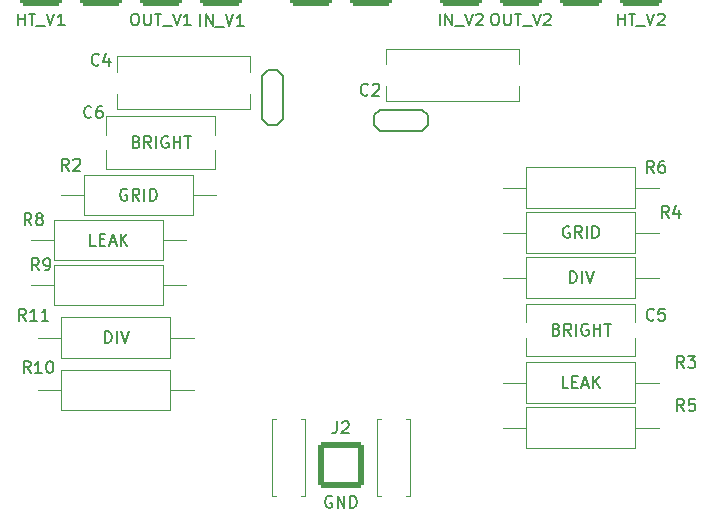
<source format=gbr>
G04 #@! TF.GenerationSoftware,KiCad,Pcbnew,7.0.8*
G04 #@! TF.CreationDate,2023-11-22T22:44:10+03:00*
G04 #@! TF.ProjectId,tubeTest,74756265-5465-4737-942e-6b696361645f,rev?*
G04 #@! TF.SameCoordinates,Original*
G04 #@! TF.FileFunction,Legend,Top*
G04 #@! TF.FilePolarity,Positive*
%FSLAX46Y46*%
G04 Gerber Fmt 4.6, Leading zero omitted, Abs format (unit mm)*
G04 Created by KiCad (PCBNEW 7.0.8) date 2023-11-22 22:44:10*
%MOMM*%
%LPD*%
G01*
G04 APERTURE LIST*
G04 Aperture macros list*
%AMRoundRect*
0 Rectangle with rounded corners*
0 $1 Rounding radius*
0 $2 $3 $4 $5 $6 $7 $8 $9 X,Y pos of 4 corners*
0 Add a 4 corners polygon primitive as box body*
4,1,4,$2,$3,$4,$5,$6,$7,$8,$9,$2,$3,0*
0 Add four circle primitives for the rounded corners*
1,1,$1+$1,$2,$3*
1,1,$1+$1,$4,$5*
1,1,$1+$1,$6,$7*
1,1,$1+$1,$8,$9*
0 Add four rect primitives between the rounded corners*
20,1,$1+$1,$2,$3,$4,$5,0*
20,1,$1+$1,$4,$5,$6,$7,0*
20,1,$1+$1,$6,$7,$8,$9,0*
20,1,$1+$1,$8,$9,$2,$3,0*%
%AMHorizOval*
0 Thick line with rounded ends*
0 $1 width*
0 $2 $3 position (X,Y) of the first rounded end (center of the circle)*
0 $4 $5 position (X,Y) of the second rounded end (center of the circle)*
0 Add line between two ends*
20,1,$1,$2,$3,$4,$5,0*
0 Add two circle primitives to create the rounded ends*
1,1,$1,$2,$3*
1,1,$1,$4,$5*%
G04 Aperture macros list end*
%ADD10C,0.150000*%
%ADD11C,0.120000*%
%ADD12RoundRect,0.250002X1.499998X1.499998X-1.499998X1.499998X-1.499998X-1.499998X1.499998X-1.499998X0*%
%ADD13C,1.600000*%
%ADD14O,1.600000X1.600000*%
%ADD15RoundRect,0.250002X-1.499998X-1.499998X1.499998X-1.499998X1.499998X1.499998X-1.499998X1.499998X0*%
%ADD16RoundRect,0.250002X-1.699998X-1.699998X1.699998X-1.699998X1.699998X1.699998X-1.699998X1.699998X0*%
%ADD17C,1.400000*%
%ADD18C,3.200000*%
%ADD19HorizOval,2.030000X-0.412599X0.299770X0.412599X-0.299770X0*%
%ADD20HorizOval,2.030000X-0.157599X0.485039X0.157599X-0.485039X0*%
%ADD21HorizOval,2.030000X0.157599X0.485039X-0.157599X-0.485039X0*%
%ADD22HorizOval,2.030000X0.412599X0.299770X-0.412599X-0.299770X0*%
%ADD23O,3.050000X2.030000*%
%ADD24C,4.500000*%
%ADD25R,1.600000X1.600000*%
G04 APERTURE END LIST*
D10*
X117308333Y-105414819D02*
X116975000Y-104938628D01*
X116736905Y-105414819D02*
X116736905Y-104414819D01*
X116736905Y-104414819D02*
X117117857Y-104414819D01*
X117117857Y-104414819D02*
X117213095Y-104462438D01*
X117213095Y-104462438D02*
X117260714Y-104510057D01*
X117260714Y-104510057D02*
X117308333Y-104605295D01*
X117308333Y-104605295D02*
X117308333Y-104748152D01*
X117308333Y-104748152D02*
X117260714Y-104843390D01*
X117260714Y-104843390D02*
X117213095Y-104891009D01*
X117213095Y-104891009D02*
X117117857Y-104938628D01*
X117117857Y-104938628D02*
X116736905Y-104938628D01*
X117879762Y-104843390D02*
X117784524Y-104795771D01*
X117784524Y-104795771D02*
X117736905Y-104748152D01*
X117736905Y-104748152D02*
X117689286Y-104652914D01*
X117689286Y-104652914D02*
X117689286Y-104605295D01*
X117689286Y-104605295D02*
X117736905Y-104510057D01*
X117736905Y-104510057D02*
X117784524Y-104462438D01*
X117784524Y-104462438D02*
X117879762Y-104414819D01*
X117879762Y-104414819D02*
X118070238Y-104414819D01*
X118070238Y-104414819D02*
X118165476Y-104462438D01*
X118165476Y-104462438D02*
X118213095Y-104510057D01*
X118213095Y-104510057D02*
X118260714Y-104605295D01*
X118260714Y-104605295D02*
X118260714Y-104652914D01*
X118260714Y-104652914D02*
X118213095Y-104748152D01*
X118213095Y-104748152D02*
X118165476Y-104795771D01*
X118165476Y-104795771D02*
X118070238Y-104843390D01*
X118070238Y-104843390D02*
X117879762Y-104843390D01*
X117879762Y-104843390D02*
X117784524Y-104891009D01*
X117784524Y-104891009D02*
X117736905Y-104938628D01*
X117736905Y-104938628D02*
X117689286Y-105033866D01*
X117689286Y-105033866D02*
X117689286Y-105224342D01*
X117689286Y-105224342D02*
X117736905Y-105319580D01*
X117736905Y-105319580D02*
X117784524Y-105367200D01*
X117784524Y-105367200D02*
X117879762Y-105414819D01*
X117879762Y-105414819D02*
X118070238Y-105414819D01*
X118070238Y-105414819D02*
X118165476Y-105367200D01*
X118165476Y-105367200D02*
X118213095Y-105319580D01*
X118213095Y-105319580D02*
X118260714Y-105224342D01*
X118260714Y-105224342D02*
X118260714Y-105033866D01*
X118260714Y-105033866D02*
X118213095Y-104938628D01*
X118213095Y-104938628D02*
X118165476Y-104891009D01*
X118165476Y-104891009D02*
X118070238Y-104843390D01*
X122753571Y-107134819D02*
X122277381Y-107134819D01*
X122277381Y-107134819D02*
X122277381Y-106134819D01*
X123086905Y-106611009D02*
X123420238Y-106611009D01*
X123563095Y-107134819D02*
X123086905Y-107134819D01*
X123086905Y-107134819D02*
X123086905Y-106134819D01*
X123086905Y-106134819D02*
X123563095Y-106134819D01*
X123944048Y-106849104D02*
X124420238Y-106849104D01*
X123848810Y-107134819D02*
X124182143Y-106134819D01*
X124182143Y-106134819D02*
X124515476Y-107134819D01*
X124848810Y-107134819D02*
X124848810Y-106134819D01*
X125420238Y-107134819D02*
X124991667Y-106563390D01*
X125420238Y-106134819D02*
X124848810Y-106706247D01*
X145803333Y-94339580D02*
X145755714Y-94387200D01*
X145755714Y-94387200D02*
X145612857Y-94434819D01*
X145612857Y-94434819D02*
X145517619Y-94434819D01*
X145517619Y-94434819D02*
X145374762Y-94387200D01*
X145374762Y-94387200D02*
X145279524Y-94291961D01*
X145279524Y-94291961D02*
X145231905Y-94196723D01*
X145231905Y-94196723D02*
X145184286Y-94006247D01*
X145184286Y-94006247D02*
X145184286Y-93863390D01*
X145184286Y-93863390D02*
X145231905Y-93672914D01*
X145231905Y-93672914D02*
X145279524Y-93577676D01*
X145279524Y-93577676D02*
X145374762Y-93482438D01*
X145374762Y-93482438D02*
X145517619Y-93434819D01*
X145517619Y-93434819D02*
X145612857Y-93434819D01*
X145612857Y-93434819D02*
X145755714Y-93482438D01*
X145755714Y-93482438D02*
X145803333Y-93530057D01*
X146184286Y-93530057D02*
X146231905Y-93482438D01*
X146231905Y-93482438D02*
X146327143Y-93434819D01*
X146327143Y-93434819D02*
X146565238Y-93434819D01*
X146565238Y-93434819D02*
X146660476Y-93482438D01*
X146660476Y-93482438D02*
X146708095Y-93530057D01*
X146708095Y-93530057D02*
X146755714Y-93625295D01*
X146755714Y-93625295D02*
X146755714Y-93720533D01*
X146755714Y-93720533D02*
X146708095Y-93863390D01*
X146708095Y-93863390D02*
X146136667Y-94434819D01*
X146136667Y-94434819D02*
X146755714Y-94434819D01*
X166957619Y-88494819D02*
X166957619Y-87494819D01*
X166957619Y-87971009D02*
X167529047Y-87971009D01*
X167529047Y-88494819D02*
X167529047Y-87494819D01*
X167862381Y-87494819D02*
X168433809Y-87494819D01*
X168148095Y-88494819D02*
X168148095Y-87494819D01*
X168529048Y-88590057D02*
X169290952Y-88590057D01*
X169386191Y-87494819D02*
X169719524Y-88494819D01*
X169719524Y-88494819D02*
X170052857Y-87494819D01*
X170338572Y-87590057D02*
X170386191Y-87542438D01*
X170386191Y-87542438D02*
X170481429Y-87494819D01*
X170481429Y-87494819D02*
X170719524Y-87494819D01*
X170719524Y-87494819D02*
X170814762Y-87542438D01*
X170814762Y-87542438D02*
X170862381Y-87590057D01*
X170862381Y-87590057D02*
X170910000Y-87685295D01*
X170910000Y-87685295D02*
X170910000Y-87780533D01*
X170910000Y-87780533D02*
X170862381Y-87923390D01*
X170862381Y-87923390D02*
X170290953Y-88494819D01*
X170290953Y-88494819D02*
X170910000Y-88494819D01*
X131594846Y-88551887D02*
X131594846Y-87551887D01*
X132071036Y-88551887D02*
X132071036Y-87551887D01*
X132071036Y-87551887D02*
X132642464Y-88551887D01*
X132642464Y-88551887D02*
X132642464Y-87551887D01*
X132880560Y-88647125D02*
X133642464Y-88647125D01*
X133737703Y-87551887D02*
X134071036Y-88551887D01*
X134071036Y-88551887D02*
X134404369Y-87551887D01*
X135261512Y-88551887D02*
X134690084Y-88551887D01*
X134975798Y-88551887D02*
X134975798Y-87551887D01*
X134975798Y-87551887D02*
X134880560Y-87694744D01*
X134880560Y-87694744D02*
X134785322Y-87789982D01*
X134785322Y-87789982D02*
X134690084Y-87837601D01*
X117237142Y-117929819D02*
X116903809Y-117453628D01*
X116665714Y-117929819D02*
X116665714Y-116929819D01*
X116665714Y-116929819D02*
X117046666Y-116929819D01*
X117046666Y-116929819D02*
X117141904Y-116977438D01*
X117141904Y-116977438D02*
X117189523Y-117025057D01*
X117189523Y-117025057D02*
X117237142Y-117120295D01*
X117237142Y-117120295D02*
X117237142Y-117263152D01*
X117237142Y-117263152D02*
X117189523Y-117358390D01*
X117189523Y-117358390D02*
X117141904Y-117406009D01*
X117141904Y-117406009D02*
X117046666Y-117453628D01*
X117046666Y-117453628D02*
X116665714Y-117453628D01*
X118189523Y-117929819D02*
X117618095Y-117929819D01*
X117903809Y-117929819D02*
X117903809Y-116929819D01*
X117903809Y-116929819D02*
X117808571Y-117072676D01*
X117808571Y-117072676D02*
X117713333Y-117167914D01*
X117713333Y-117167914D02*
X117618095Y-117215533D01*
X118808571Y-116929819D02*
X118903809Y-116929819D01*
X118903809Y-116929819D02*
X118999047Y-116977438D01*
X118999047Y-116977438D02*
X119046666Y-117025057D01*
X119046666Y-117025057D02*
X119094285Y-117120295D01*
X119094285Y-117120295D02*
X119141904Y-117310771D01*
X119141904Y-117310771D02*
X119141904Y-117548866D01*
X119141904Y-117548866D02*
X119094285Y-117739342D01*
X119094285Y-117739342D02*
X119046666Y-117834580D01*
X119046666Y-117834580D02*
X118999047Y-117882200D01*
X118999047Y-117882200D02*
X118903809Y-117929819D01*
X118903809Y-117929819D02*
X118808571Y-117929819D01*
X118808571Y-117929819D02*
X118713333Y-117882200D01*
X118713333Y-117882200D02*
X118665714Y-117834580D01*
X118665714Y-117834580D02*
X118618095Y-117739342D01*
X118618095Y-117739342D02*
X118570476Y-117548866D01*
X118570476Y-117548866D02*
X118570476Y-117310771D01*
X118570476Y-117310771D02*
X118618095Y-117120295D01*
X118618095Y-117120295D02*
X118665714Y-117025057D01*
X118665714Y-117025057D02*
X118713333Y-116977438D01*
X118713333Y-116977438D02*
X118808571Y-116929819D01*
X116157619Y-88494819D02*
X116157619Y-87494819D01*
X116157619Y-87971009D02*
X116729047Y-87971009D01*
X116729047Y-88494819D02*
X116729047Y-87494819D01*
X117062381Y-87494819D02*
X117633809Y-87494819D01*
X117348095Y-88494819D02*
X117348095Y-87494819D01*
X117729048Y-88590057D02*
X118490952Y-88590057D01*
X118586191Y-87494819D02*
X118919524Y-88494819D01*
X118919524Y-88494819D02*
X119252857Y-87494819D01*
X120110000Y-88494819D02*
X119538572Y-88494819D01*
X119824286Y-88494819D02*
X119824286Y-87494819D01*
X119824286Y-87494819D02*
X119729048Y-87637676D01*
X119729048Y-87637676D02*
X119633810Y-87732914D01*
X119633810Y-87732914D02*
X119538572Y-87780533D01*
X143176666Y-122034819D02*
X143176666Y-122749104D01*
X143176666Y-122749104D02*
X143129047Y-122891961D01*
X143129047Y-122891961D02*
X143033809Y-122987200D01*
X143033809Y-122987200D02*
X142890952Y-123034819D01*
X142890952Y-123034819D02*
X142795714Y-123034819D01*
X143605238Y-122130057D02*
X143652857Y-122082438D01*
X143652857Y-122082438D02*
X143748095Y-122034819D01*
X143748095Y-122034819D02*
X143986190Y-122034819D01*
X143986190Y-122034819D02*
X144081428Y-122082438D01*
X144081428Y-122082438D02*
X144129047Y-122130057D01*
X144129047Y-122130057D02*
X144176666Y-122225295D01*
X144176666Y-122225295D02*
X144176666Y-122320533D01*
X144176666Y-122320533D02*
X144129047Y-122463390D01*
X144129047Y-122463390D02*
X143557619Y-123034819D01*
X143557619Y-123034819D02*
X144176666Y-123034819D01*
X142748095Y-128382438D02*
X142652857Y-128334819D01*
X142652857Y-128334819D02*
X142510000Y-128334819D01*
X142510000Y-128334819D02*
X142367143Y-128382438D01*
X142367143Y-128382438D02*
X142271905Y-128477676D01*
X142271905Y-128477676D02*
X142224286Y-128572914D01*
X142224286Y-128572914D02*
X142176667Y-128763390D01*
X142176667Y-128763390D02*
X142176667Y-128906247D01*
X142176667Y-128906247D02*
X142224286Y-129096723D01*
X142224286Y-129096723D02*
X142271905Y-129191961D01*
X142271905Y-129191961D02*
X142367143Y-129287200D01*
X142367143Y-129287200D02*
X142510000Y-129334819D01*
X142510000Y-129334819D02*
X142605238Y-129334819D01*
X142605238Y-129334819D02*
X142748095Y-129287200D01*
X142748095Y-129287200D02*
X142795714Y-129239580D01*
X142795714Y-129239580D02*
X142795714Y-128906247D01*
X142795714Y-128906247D02*
X142605238Y-128906247D01*
X143224286Y-129334819D02*
X143224286Y-128334819D01*
X143224286Y-128334819D02*
X143795714Y-129334819D01*
X143795714Y-129334819D02*
X143795714Y-128334819D01*
X144271905Y-129334819D02*
X144271905Y-128334819D01*
X144271905Y-128334819D02*
X144510000Y-128334819D01*
X144510000Y-128334819D02*
X144652857Y-128382438D01*
X144652857Y-128382438D02*
X144748095Y-128477676D01*
X144748095Y-128477676D02*
X144795714Y-128572914D01*
X144795714Y-128572914D02*
X144843333Y-128763390D01*
X144843333Y-128763390D02*
X144843333Y-128906247D01*
X144843333Y-128906247D02*
X144795714Y-129096723D01*
X144795714Y-129096723D02*
X144748095Y-129191961D01*
X144748095Y-129191961D02*
X144652857Y-129287200D01*
X144652857Y-129287200D02*
X144510000Y-129334819D01*
X144510000Y-129334819D02*
X144271905Y-129334819D01*
X125984285Y-87494819D02*
X126174761Y-87494819D01*
X126174761Y-87494819D02*
X126269999Y-87542438D01*
X126269999Y-87542438D02*
X126365237Y-87637676D01*
X126365237Y-87637676D02*
X126412856Y-87828152D01*
X126412856Y-87828152D02*
X126412856Y-88161485D01*
X126412856Y-88161485D02*
X126365237Y-88351961D01*
X126365237Y-88351961D02*
X126269999Y-88447200D01*
X126269999Y-88447200D02*
X126174761Y-88494819D01*
X126174761Y-88494819D02*
X125984285Y-88494819D01*
X125984285Y-88494819D02*
X125889047Y-88447200D01*
X125889047Y-88447200D02*
X125793809Y-88351961D01*
X125793809Y-88351961D02*
X125746190Y-88161485D01*
X125746190Y-88161485D02*
X125746190Y-87828152D01*
X125746190Y-87828152D02*
X125793809Y-87637676D01*
X125793809Y-87637676D02*
X125889047Y-87542438D01*
X125889047Y-87542438D02*
X125984285Y-87494819D01*
X126841428Y-87494819D02*
X126841428Y-88304342D01*
X126841428Y-88304342D02*
X126889047Y-88399580D01*
X126889047Y-88399580D02*
X126936666Y-88447200D01*
X126936666Y-88447200D02*
X127031904Y-88494819D01*
X127031904Y-88494819D02*
X127222380Y-88494819D01*
X127222380Y-88494819D02*
X127317618Y-88447200D01*
X127317618Y-88447200D02*
X127365237Y-88399580D01*
X127365237Y-88399580D02*
X127412856Y-88304342D01*
X127412856Y-88304342D02*
X127412856Y-87494819D01*
X127746190Y-87494819D02*
X128317618Y-87494819D01*
X128031904Y-88494819D02*
X128031904Y-87494819D01*
X128412857Y-88590057D02*
X129174761Y-88590057D01*
X129270000Y-87494819D02*
X129603333Y-88494819D01*
X129603333Y-88494819D02*
X129936666Y-87494819D01*
X130793809Y-88494819D02*
X130222381Y-88494819D01*
X130508095Y-88494819D02*
X130508095Y-87494819D01*
X130508095Y-87494819D02*
X130412857Y-87637676D01*
X130412857Y-87637676D02*
X130317619Y-87732914D01*
X130317619Y-87732914D02*
X130222381Y-87780533D01*
X172557676Y-121147967D02*
X172224343Y-120671776D01*
X171986248Y-121147967D02*
X171986248Y-120147967D01*
X171986248Y-120147967D02*
X172367200Y-120147967D01*
X172367200Y-120147967D02*
X172462438Y-120195586D01*
X172462438Y-120195586D02*
X172510057Y-120243205D01*
X172510057Y-120243205D02*
X172557676Y-120338443D01*
X172557676Y-120338443D02*
X172557676Y-120481300D01*
X172557676Y-120481300D02*
X172510057Y-120576538D01*
X172510057Y-120576538D02*
X172462438Y-120624157D01*
X172462438Y-120624157D02*
X172367200Y-120671776D01*
X172367200Y-120671776D02*
X171986248Y-120671776D01*
X173462438Y-120147967D02*
X172986248Y-120147967D01*
X172986248Y-120147967D02*
X172938629Y-120624157D01*
X172938629Y-120624157D02*
X172986248Y-120576538D01*
X172986248Y-120576538D02*
X173081486Y-120528919D01*
X173081486Y-120528919D02*
X173319581Y-120528919D01*
X173319581Y-120528919D02*
X173414819Y-120576538D01*
X173414819Y-120576538D02*
X173462438Y-120624157D01*
X173462438Y-120624157D02*
X173510057Y-120719395D01*
X173510057Y-120719395D02*
X173510057Y-120957490D01*
X173510057Y-120957490D02*
X173462438Y-121052728D01*
X173462438Y-121052728D02*
X173414819Y-121100348D01*
X173414819Y-121100348D02*
X173319581Y-121147967D01*
X173319581Y-121147967D02*
X173081486Y-121147967D01*
X173081486Y-121147967D02*
X172986248Y-121100348D01*
X172986248Y-121100348D02*
X172938629Y-121052728D01*
X122388333Y-96244580D02*
X122340714Y-96292200D01*
X122340714Y-96292200D02*
X122197857Y-96339819D01*
X122197857Y-96339819D02*
X122102619Y-96339819D01*
X122102619Y-96339819D02*
X121959762Y-96292200D01*
X121959762Y-96292200D02*
X121864524Y-96196961D01*
X121864524Y-96196961D02*
X121816905Y-96101723D01*
X121816905Y-96101723D02*
X121769286Y-95911247D01*
X121769286Y-95911247D02*
X121769286Y-95768390D01*
X121769286Y-95768390D02*
X121816905Y-95577914D01*
X121816905Y-95577914D02*
X121864524Y-95482676D01*
X121864524Y-95482676D02*
X121959762Y-95387438D01*
X121959762Y-95387438D02*
X122102619Y-95339819D01*
X122102619Y-95339819D02*
X122197857Y-95339819D01*
X122197857Y-95339819D02*
X122340714Y-95387438D01*
X122340714Y-95387438D02*
X122388333Y-95435057D01*
X123245476Y-95339819D02*
X123055000Y-95339819D01*
X123055000Y-95339819D02*
X122959762Y-95387438D01*
X122959762Y-95387438D02*
X122912143Y-95435057D01*
X122912143Y-95435057D02*
X122816905Y-95577914D01*
X122816905Y-95577914D02*
X122769286Y-95768390D01*
X122769286Y-95768390D02*
X122769286Y-96149342D01*
X122769286Y-96149342D02*
X122816905Y-96244580D01*
X122816905Y-96244580D02*
X122864524Y-96292200D01*
X122864524Y-96292200D02*
X122959762Y-96339819D01*
X122959762Y-96339819D02*
X123150238Y-96339819D01*
X123150238Y-96339819D02*
X123245476Y-96292200D01*
X123245476Y-96292200D02*
X123293095Y-96244580D01*
X123293095Y-96244580D02*
X123340714Y-96149342D01*
X123340714Y-96149342D02*
X123340714Y-95911247D01*
X123340714Y-95911247D02*
X123293095Y-95816009D01*
X123293095Y-95816009D02*
X123245476Y-95768390D01*
X123245476Y-95768390D02*
X123150238Y-95720771D01*
X123150238Y-95720771D02*
X122959762Y-95720771D01*
X122959762Y-95720771D02*
X122864524Y-95768390D01*
X122864524Y-95768390D02*
X122816905Y-95816009D01*
X122816905Y-95816009D02*
X122769286Y-95911247D01*
X126198571Y-98356009D02*
X126341428Y-98403628D01*
X126341428Y-98403628D02*
X126389047Y-98451247D01*
X126389047Y-98451247D02*
X126436666Y-98546485D01*
X126436666Y-98546485D02*
X126436666Y-98689342D01*
X126436666Y-98689342D02*
X126389047Y-98784580D01*
X126389047Y-98784580D02*
X126341428Y-98832200D01*
X126341428Y-98832200D02*
X126246190Y-98879819D01*
X126246190Y-98879819D02*
X125865238Y-98879819D01*
X125865238Y-98879819D02*
X125865238Y-97879819D01*
X125865238Y-97879819D02*
X126198571Y-97879819D01*
X126198571Y-97879819D02*
X126293809Y-97927438D01*
X126293809Y-97927438D02*
X126341428Y-97975057D01*
X126341428Y-97975057D02*
X126389047Y-98070295D01*
X126389047Y-98070295D02*
X126389047Y-98165533D01*
X126389047Y-98165533D02*
X126341428Y-98260771D01*
X126341428Y-98260771D02*
X126293809Y-98308390D01*
X126293809Y-98308390D02*
X126198571Y-98356009D01*
X126198571Y-98356009D02*
X125865238Y-98356009D01*
X127436666Y-98879819D02*
X127103333Y-98403628D01*
X126865238Y-98879819D02*
X126865238Y-97879819D01*
X126865238Y-97879819D02*
X127246190Y-97879819D01*
X127246190Y-97879819D02*
X127341428Y-97927438D01*
X127341428Y-97927438D02*
X127389047Y-97975057D01*
X127389047Y-97975057D02*
X127436666Y-98070295D01*
X127436666Y-98070295D02*
X127436666Y-98213152D01*
X127436666Y-98213152D02*
X127389047Y-98308390D01*
X127389047Y-98308390D02*
X127341428Y-98356009D01*
X127341428Y-98356009D02*
X127246190Y-98403628D01*
X127246190Y-98403628D02*
X126865238Y-98403628D01*
X127865238Y-98879819D02*
X127865238Y-97879819D01*
X128865237Y-97927438D02*
X128769999Y-97879819D01*
X128769999Y-97879819D02*
X128627142Y-97879819D01*
X128627142Y-97879819D02*
X128484285Y-97927438D01*
X128484285Y-97927438D02*
X128389047Y-98022676D01*
X128389047Y-98022676D02*
X128341428Y-98117914D01*
X128341428Y-98117914D02*
X128293809Y-98308390D01*
X128293809Y-98308390D02*
X128293809Y-98451247D01*
X128293809Y-98451247D02*
X128341428Y-98641723D01*
X128341428Y-98641723D02*
X128389047Y-98736961D01*
X128389047Y-98736961D02*
X128484285Y-98832200D01*
X128484285Y-98832200D02*
X128627142Y-98879819D01*
X128627142Y-98879819D02*
X128722380Y-98879819D01*
X128722380Y-98879819D02*
X128865237Y-98832200D01*
X128865237Y-98832200D02*
X128912856Y-98784580D01*
X128912856Y-98784580D02*
X128912856Y-98451247D01*
X128912856Y-98451247D02*
X128722380Y-98451247D01*
X129341428Y-98879819D02*
X129341428Y-97879819D01*
X129341428Y-98356009D02*
X129912856Y-98356009D01*
X129912856Y-98879819D02*
X129912856Y-97879819D01*
X130246190Y-97879819D02*
X130817618Y-97879819D01*
X130531904Y-98879819D02*
X130531904Y-97879819D01*
X120483333Y-100784819D02*
X120150000Y-100308628D01*
X119911905Y-100784819D02*
X119911905Y-99784819D01*
X119911905Y-99784819D02*
X120292857Y-99784819D01*
X120292857Y-99784819D02*
X120388095Y-99832438D01*
X120388095Y-99832438D02*
X120435714Y-99880057D01*
X120435714Y-99880057D02*
X120483333Y-99975295D01*
X120483333Y-99975295D02*
X120483333Y-100118152D01*
X120483333Y-100118152D02*
X120435714Y-100213390D01*
X120435714Y-100213390D02*
X120388095Y-100261009D01*
X120388095Y-100261009D02*
X120292857Y-100308628D01*
X120292857Y-100308628D02*
X119911905Y-100308628D01*
X120864286Y-99880057D02*
X120911905Y-99832438D01*
X120911905Y-99832438D02*
X121007143Y-99784819D01*
X121007143Y-99784819D02*
X121245238Y-99784819D01*
X121245238Y-99784819D02*
X121340476Y-99832438D01*
X121340476Y-99832438D02*
X121388095Y-99880057D01*
X121388095Y-99880057D02*
X121435714Y-99975295D01*
X121435714Y-99975295D02*
X121435714Y-100070533D01*
X121435714Y-100070533D02*
X121388095Y-100213390D01*
X121388095Y-100213390D02*
X120816667Y-100784819D01*
X120816667Y-100784819D02*
X121435714Y-100784819D01*
X125388809Y-102372438D02*
X125293571Y-102324819D01*
X125293571Y-102324819D02*
X125150714Y-102324819D01*
X125150714Y-102324819D02*
X125007857Y-102372438D01*
X125007857Y-102372438D02*
X124912619Y-102467676D01*
X124912619Y-102467676D02*
X124865000Y-102562914D01*
X124865000Y-102562914D02*
X124817381Y-102753390D01*
X124817381Y-102753390D02*
X124817381Y-102896247D01*
X124817381Y-102896247D02*
X124865000Y-103086723D01*
X124865000Y-103086723D02*
X124912619Y-103181961D01*
X124912619Y-103181961D02*
X125007857Y-103277200D01*
X125007857Y-103277200D02*
X125150714Y-103324819D01*
X125150714Y-103324819D02*
X125245952Y-103324819D01*
X125245952Y-103324819D02*
X125388809Y-103277200D01*
X125388809Y-103277200D02*
X125436428Y-103229580D01*
X125436428Y-103229580D02*
X125436428Y-102896247D01*
X125436428Y-102896247D02*
X125245952Y-102896247D01*
X126436428Y-103324819D02*
X126103095Y-102848628D01*
X125865000Y-103324819D02*
X125865000Y-102324819D01*
X125865000Y-102324819D02*
X126245952Y-102324819D01*
X126245952Y-102324819D02*
X126341190Y-102372438D01*
X126341190Y-102372438D02*
X126388809Y-102420057D01*
X126388809Y-102420057D02*
X126436428Y-102515295D01*
X126436428Y-102515295D02*
X126436428Y-102658152D01*
X126436428Y-102658152D02*
X126388809Y-102753390D01*
X126388809Y-102753390D02*
X126341190Y-102801009D01*
X126341190Y-102801009D02*
X126245952Y-102848628D01*
X126245952Y-102848628D02*
X125865000Y-102848628D01*
X126865000Y-103324819D02*
X126865000Y-102324819D01*
X127341190Y-103324819D02*
X127341190Y-102324819D01*
X127341190Y-102324819D02*
X127579285Y-102324819D01*
X127579285Y-102324819D02*
X127722142Y-102372438D01*
X127722142Y-102372438D02*
X127817380Y-102467676D01*
X127817380Y-102467676D02*
X127864999Y-102562914D01*
X127864999Y-102562914D02*
X127912618Y-102753390D01*
X127912618Y-102753390D02*
X127912618Y-102896247D01*
X127912618Y-102896247D02*
X127864999Y-103086723D01*
X127864999Y-103086723D02*
X127817380Y-103181961D01*
X127817380Y-103181961D02*
X127722142Y-103277200D01*
X127722142Y-103277200D02*
X127579285Y-103324819D01*
X127579285Y-103324819D02*
X127341190Y-103324819D01*
X170013333Y-113389580D02*
X169965714Y-113437200D01*
X169965714Y-113437200D02*
X169822857Y-113484819D01*
X169822857Y-113484819D02*
X169727619Y-113484819D01*
X169727619Y-113484819D02*
X169584762Y-113437200D01*
X169584762Y-113437200D02*
X169489524Y-113341961D01*
X169489524Y-113341961D02*
X169441905Y-113246723D01*
X169441905Y-113246723D02*
X169394286Y-113056247D01*
X169394286Y-113056247D02*
X169394286Y-112913390D01*
X169394286Y-112913390D02*
X169441905Y-112722914D01*
X169441905Y-112722914D02*
X169489524Y-112627676D01*
X169489524Y-112627676D02*
X169584762Y-112532438D01*
X169584762Y-112532438D02*
X169727619Y-112484819D01*
X169727619Y-112484819D02*
X169822857Y-112484819D01*
X169822857Y-112484819D02*
X169965714Y-112532438D01*
X169965714Y-112532438D02*
X170013333Y-112580057D01*
X170918095Y-112484819D02*
X170441905Y-112484819D01*
X170441905Y-112484819D02*
X170394286Y-112961009D01*
X170394286Y-112961009D02*
X170441905Y-112913390D01*
X170441905Y-112913390D02*
X170537143Y-112865771D01*
X170537143Y-112865771D02*
X170775238Y-112865771D01*
X170775238Y-112865771D02*
X170870476Y-112913390D01*
X170870476Y-112913390D02*
X170918095Y-112961009D01*
X170918095Y-112961009D02*
X170965714Y-113056247D01*
X170965714Y-113056247D02*
X170965714Y-113294342D01*
X170965714Y-113294342D02*
X170918095Y-113389580D01*
X170918095Y-113389580D02*
X170870476Y-113437200D01*
X170870476Y-113437200D02*
X170775238Y-113484819D01*
X170775238Y-113484819D02*
X170537143Y-113484819D01*
X170537143Y-113484819D02*
X170441905Y-113437200D01*
X170441905Y-113437200D02*
X170394286Y-113389580D01*
X161758571Y-114231009D02*
X161901428Y-114278628D01*
X161901428Y-114278628D02*
X161949047Y-114326247D01*
X161949047Y-114326247D02*
X161996666Y-114421485D01*
X161996666Y-114421485D02*
X161996666Y-114564342D01*
X161996666Y-114564342D02*
X161949047Y-114659580D01*
X161949047Y-114659580D02*
X161901428Y-114707200D01*
X161901428Y-114707200D02*
X161806190Y-114754819D01*
X161806190Y-114754819D02*
X161425238Y-114754819D01*
X161425238Y-114754819D02*
X161425238Y-113754819D01*
X161425238Y-113754819D02*
X161758571Y-113754819D01*
X161758571Y-113754819D02*
X161853809Y-113802438D01*
X161853809Y-113802438D02*
X161901428Y-113850057D01*
X161901428Y-113850057D02*
X161949047Y-113945295D01*
X161949047Y-113945295D02*
X161949047Y-114040533D01*
X161949047Y-114040533D02*
X161901428Y-114135771D01*
X161901428Y-114135771D02*
X161853809Y-114183390D01*
X161853809Y-114183390D02*
X161758571Y-114231009D01*
X161758571Y-114231009D02*
X161425238Y-114231009D01*
X162996666Y-114754819D02*
X162663333Y-114278628D01*
X162425238Y-114754819D02*
X162425238Y-113754819D01*
X162425238Y-113754819D02*
X162806190Y-113754819D01*
X162806190Y-113754819D02*
X162901428Y-113802438D01*
X162901428Y-113802438D02*
X162949047Y-113850057D01*
X162949047Y-113850057D02*
X162996666Y-113945295D01*
X162996666Y-113945295D02*
X162996666Y-114088152D01*
X162996666Y-114088152D02*
X162949047Y-114183390D01*
X162949047Y-114183390D02*
X162901428Y-114231009D01*
X162901428Y-114231009D02*
X162806190Y-114278628D01*
X162806190Y-114278628D02*
X162425238Y-114278628D01*
X163425238Y-114754819D02*
X163425238Y-113754819D01*
X164425237Y-113802438D02*
X164329999Y-113754819D01*
X164329999Y-113754819D02*
X164187142Y-113754819D01*
X164187142Y-113754819D02*
X164044285Y-113802438D01*
X164044285Y-113802438D02*
X163949047Y-113897676D01*
X163949047Y-113897676D02*
X163901428Y-113992914D01*
X163901428Y-113992914D02*
X163853809Y-114183390D01*
X163853809Y-114183390D02*
X163853809Y-114326247D01*
X163853809Y-114326247D02*
X163901428Y-114516723D01*
X163901428Y-114516723D02*
X163949047Y-114611961D01*
X163949047Y-114611961D02*
X164044285Y-114707200D01*
X164044285Y-114707200D02*
X164187142Y-114754819D01*
X164187142Y-114754819D02*
X164282380Y-114754819D01*
X164282380Y-114754819D02*
X164425237Y-114707200D01*
X164425237Y-114707200D02*
X164472856Y-114659580D01*
X164472856Y-114659580D02*
X164472856Y-114326247D01*
X164472856Y-114326247D02*
X164282380Y-114326247D01*
X164901428Y-114754819D02*
X164901428Y-113754819D01*
X164901428Y-114231009D02*
X165472856Y-114231009D01*
X165472856Y-114754819D02*
X165472856Y-113754819D01*
X165806190Y-113754819D02*
X166377618Y-113754819D01*
X166091904Y-114754819D02*
X166091904Y-113754819D01*
X172553333Y-117479819D02*
X172220000Y-117003628D01*
X171981905Y-117479819D02*
X171981905Y-116479819D01*
X171981905Y-116479819D02*
X172362857Y-116479819D01*
X172362857Y-116479819D02*
X172458095Y-116527438D01*
X172458095Y-116527438D02*
X172505714Y-116575057D01*
X172505714Y-116575057D02*
X172553333Y-116670295D01*
X172553333Y-116670295D02*
X172553333Y-116813152D01*
X172553333Y-116813152D02*
X172505714Y-116908390D01*
X172505714Y-116908390D02*
X172458095Y-116956009D01*
X172458095Y-116956009D02*
X172362857Y-117003628D01*
X172362857Y-117003628D02*
X171981905Y-117003628D01*
X172886667Y-116479819D02*
X173505714Y-116479819D01*
X173505714Y-116479819D02*
X173172381Y-116860771D01*
X173172381Y-116860771D02*
X173315238Y-116860771D01*
X173315238Y-116860771D02*
X173410476Y-116908390D01*
X173410476Y-116908390D02*
X173458095Y-116956009D01*
X173458095Y-116956009D02*
X173505714Y-117051247D01*
X173505714Y-117051247D02*
X173505714Y-117289342D01*
X173505714Y-117289342D02*
X173458095Y-117384580D01*
X173458095Y-117384580D02*
X173410476Y-117432200D01*
X173410476Y-117432200D02*
X173315238Y-117479819D01*
X173315238Y-117479819D02*
X173029524Y-117479819D01*
X173029524Y-117479819D02*
X172934286Y-117432200D01*
X172934286Y-117432200D02*
X172886667Y-117384580D01*
X162758571Y-119199819D02*
X162282381Y-119199819D01*
X162282381Y-119199819D02*
X162282381Y-118199819D01*
X163091905Y-118676009D02*
X163425238Y-118676009D01*
X163568095Y-119199819D02*
X163091905Y-119199819D01*
X163091905Y-119199819D02*
X163091905Y-118199819D01*
X163091905Y-118199819D02*
X163568095Y-118199819D01*
X163949048Y-118914104D02*
X164425238Y-118914104D01*
X163853810Y-119199819D02*
X164187143Y-118199819D01*
X164187143Y-118199819D02*
X164520476Y-119199819D01*
X164853810Y-119199819D02*
X164853810Y-118199819D01*
X165425238Y-119199819D02*
X164996667Y-118628390D01*
X165425238Y-118199819D02*
X164853810Y-118771247D01*
X156464285Y-87494819D02*
X156654761Y-87494819D01*
X156654761Y-87494819D02*
X156749999Y-87542438D01*
X156749999Y-87542438D02*
X156845237Y-87637676D01*
X156845237Y-87637676D02*
X156892856Y-87828152D01*
X156892856Y-87828152D02*
X156892856Y-88161485D01*
X156892856Y-88161485D02*
X156845237Y-88351961D01*
X156845237Y-88351961D02*
X156749999Y-88447200D01*
X156749999Y-88447200D02*
X156654761Y-88494819D01*
X156654761Y-88494819D02*
X156464285Y-88494819D01*
X156464285Y-88494819D02*
X156369047Y-88447200D01*
X156369047Y-88447200D02*
X156273809Y-88351961D01*
X156273809Y-88351961D02*
X156226190Y-88161485D01*
X156226190Y-88161485D02*
X156226190Y-87828152D01*
X156226190Y-87828152D02*
X156273809Y-87637676D01*
X156273809Y-87637676D02*
X156369047Y-87542438D01*
X156369047Y-87542438D02*
X156464285Y-87494819D01*
X157321428Y-87494819D02*
X157321428Y-88304342D01*
X157321428Y-88304342D02*
X157369047Y-88399580D01*
X157369047Y-88399580D02*
X157416666Y-88447200D01*
X157416666Y-88447200D02*
X157511904Y-88494819D01*
X157511904Y-88494819D02*
X157702380Y-88494819D01*
X157702380Y-88494819D02*
X157797618Y-88447200D01*
X157797618Y-88447200D02*
X157845237Y-88399580D01*
X157845237Y-88399580D02*
X157892856Y-88304342D01*
X157892856Y-88304342D02*
X157892856Y-87494819D01*
X158226190Y-87494819D02*
X158797618Y-87494819D01*
X158511904Y-88494819D02*
X158511904Y-87494819D01*
X158892857Y-88590057D02*
X159654761Y-88590057D01*
X159750000Y-87494819D02*
X160083333Y-88494819D01*
X160083333Y-88494819D02*
X160416666Y-87494819D01*
X160702381Y-87590057D02*
X160750000Y-87542438D01*
X160750000Y-87542438D02*
X160845238Y-87494819D01*
X160845238Y-87494819D02*
X161083333Y-87494819D01*
X161083333Y-87494819D02*
X161178571Y-87542438D01*
X161178571Y-87542438D02*
X161226190Y-87590057D01*
X161226190Y-87590057D02*
X161273809Y-87685295D01*
X161273809Y-87685295D02*
X161273809Y-87780533D01*
X161273809Y-87780533D02*
X161226190Y-87923390D01*
X161226190Y-87923390D02*
X160654762Y-88494819D01*
X160654762Y-88494819D02*
X161273809Y-88494819D01*
X116832142Y-113484819D02*
X116498809Y-113008628D01*
X116260714Y-113484819D02*
X116260714Y-112484819D01*
X116260714Y-112484819D02*
X116641666Y-112484819D01*
X116641666Y-112484819D02*
X116736904Y-112532438D01*
X116736904Y-112532438D02*
X116784523Y-112580057D01*
X116784523Y-112580057D02*
X116832142Y-112675295D01*
X116832142Y-112675295D02*
X116832142Y-112818152D01*
X116832142Y-112818152D02*
X116784523Y-112913390D01*
X116784523Y-112913390D02*
X116736904Y-112961009D01*
X116736904Y-112961009D02*
X116641666Y-113008628D01*
X116641666Y-113008628D02*
X116260714Y-113008628D01*
X117784523Y-113484819D02*
X117213095Y-113484819D01*
X117498809Y-113484819D02*
X117498809Y-112484819D01*
X117498809Y-112484819D02*
X117403571Y-112627676D01*
X117403571Y-112627676D02*
X117308333Y-112722914D01*
X117308333Y-112722914D02*
X117213095Y-112770533D01*
X118736904Y-113484819D02*
X118165476Y-113484819D01*
X118451190Y-113484819D02*
X118451190Y-112484819D01*
X118451190Y-112484819D02*
X118355952Y-112627676D01*
X118355952Y-112627676D02*
X118260714Y-112722914D01*
X118260714Y-112722914D02*
X118165476Y-112770533D01*
X123531429Y-115389819D02*
X123531429Y-114389819D01*
X123531429Y-114389819D02*
X123769524Y-114389819D01*
X123769524Y-114389819D02*
X123912381Y-114437438D01*
X123912381Y-114437438D02*
X124007619Y-114532676D01*
X124007619Y-114532676D02*
X124055238Y-114627914D01*
X124055238Y-114627914D02*
X124102857Y-114818390D01*
X124102857Y-114818390D02*
X124102857Y-114961247D01*
X124102857Y-114961247D02*
X124055238Y-115151723D01*
X124055238Y-115151723D02*
X124007619Y-115246961D01*
X124007619Y-115246961D02*
X123912381Y-115342200D01*
X123912381Y-115342200D02*
X123769524Y-115389819D01*
X123769524Y-115389819D02*
X123531429Y-115389819D01*
X124531429Y-115389819D02*
X124531429Y-114389819D01*
X124864762Y-114389819D02*
X125198095Y-115389819D01*
X125198095Y-115389819D02*
X125531428Y-114389819D01*
X151860476Y-88494819D02*
X151860476Y-87494819D01*
X152336666Y-88494819D02*
X152336666Y-87494819D01*
X152336666Y-87494819D02*
X152908094Y-88494819D01*
X152908094Y-88494819D02*
X152908094Y-87494819D01*
X153146190Y-88590057D02*
X153908094Y-88590057D01*
X154003333Y-87494819D02*
X154336666Y-88494819D01*
X154336666Y-88494819D02*
X154669999Y-87494819D01*
X154955714Y-87590057D02*
X155003333Y-87542438D01*
X155003333Y-87542438D02*
X155098571Y-87494819D01*
X155098571Y-87494819D02*
X155336666Y-87494819D01*
X155336666Y-87494819D02*
X155431904Y-87542438D01*
X155431904Y-87542438D02*
X155479523Y-87590057D01*
X155479523Y-87590057D02*
X155527142Y-87685295D01*
X155527142Y-87685295D02*
X155527142Y-87780533D01*
X155527142Y-87780533D02*
X155479523Y-87923390D01*
X155479523Y-87923390D02*
X154908095Y-88494819D01*
X154908095Y-88494819D02*
X155527142Y-88494819D01*
X123023333Y-91799580D02*
X122975714Y-91847200D01*
X122975714Y-91847200D02*
X122832857Y-91894819D01*
X122832857Y-91894819D02*
X122737619Y-91894819D01*
X122737619Y-91894819D02*
X122594762Y-91847200D01*
X122594762Y-91847200D02*
X122499524Y-91751961D01*
X122499524Y-91751961D02*
X122451905Y-91656723D01*
X122451905Y-91656723D02*
X122404286Y-91466247D01*
X122404286Y-91466247D02*
X122404286Y-91323390D01*
X122404286Y-91323390D02*
X122451905Y-91132914D01*
X122451905Y-91132914D02*
X122499524Y-91037676D01*
X122499524Y-91037676D02*
X122594762Y-90942438D01*
X122594762Y-90942438D02*
X122737619Y-90894819D01*
X122737619Y-90894819D02*
X122832857Y-90894819D01*
X122832857Y-90894819D02*
X122975714Y-90942438D01*
X122975714Y-90942438D02*
X123023333Y-90990057D01*
X123880476Y-91228152D02*
X123880476Y-91894819D01*
X123642381Y-90847200D02*
X123404286Y-91561485D01*
X123404286Y-91561485D02*
X124023333Y-91561485D01*
X162901429Y-110309819D02*
X162901429Y-109309819D01*
X162901429Y-109309819D02*
X163139524Y-109309819D01*
X163139524Y-109309819D02*
X163282381Y-109357438D01*
X163282381Y-109357438D02*
X163377619Y-109452676D01*
X163377619Y-109452676D02*
X163425238Y-109547914D01*
X163425238Y-109547914D02*
X163472857Y-109738390D01*
X163472857Y-109738390D02*
X163472857Y-109881247D01*
X163472857Y-109881247D02*
X163425238Y-110071723D01*
X163425238Y-110071723D02*
X163377619Y-110166961D01*
X163377619Y-110166961D02*
X163282381Y-110262200D01*
X163282381Y-110262200D02*
X163139524Y-110309819D01*
X163139524Y-110309819D02*
X162901429Y-110309819D01*
X163901429Y-110309819D02*
X163901429Y-109309819D01*
X164234762Y-109309819D02*
X164568095Y-110309819D01*
X164568095Y-110309819D02*
X164901428Y-109309819D01*
X117943333Y-109224819D02*
X117610000Y-108748628D01*
X117371905Y-109224819D02*
X117371905Y-108224819D01*
X117371905Y-108224819D02*
X117752857Y-108224819D01*
X117752857Y-108224819D02*
X117848095Y-108272438D01*
X117848095Y-108272438D02*
X117895714Y-108320057D01*
X117895714Y-108320057D02*
X117943333Y-108415295D01*
X117943333Y-108415295D02*
X117943333Y-108558152D01*
X117943333Y-108558152D02*
X117895714Y-108653390D01*
X117895714Y-108653390D02*
X117848095Y-108701009D01*
X117848095Y-108701009D02*
X117752857Y-108748628D01*
X117752857Y-108748628D02*
X117371905Y-108748628D01*
X118419524Y-109224819D02*
X118610000Y-109224819D01*
X118610000Y-109224819D02*
X118705238Y-109177200D01*
X118705238Y-109177200D02*
X118752857Y-109129580D01*
X118752857Y-109129580D02*
X118848095Y-108986723D01*
X118848095Y-108986723D02*
X118895714Y-108796247D01*
X118895714Y-108796247D02*
X118895714Y-108415295D01*
X118895714Y-108415295D02*
X118848095Y-108320057D01*
X118848095Y-108320057D02*
X118800476Y-108272438D01*
X118800476Y-108272438D02*
X118705238Y-108224819D01*
X118705238Y-108224819D02*
X118514762Y-108224819D01*
X118514762Y-108224819D02*
X118419524Y-108272438D01*
X118419524Y-108272438D02*
X118371905Y-108320057D01*
X118371905Y-108320057D02*
X118324286Y-108415295D01*
X118324286Y-108415295D02*
X118324286Y-108653390D01*
X118324286Y-108653390D02*
X118371905Y-108748628D01*
X118371905Y-108748628D02*
X118419524Y-108796247D01*
X118419524Y-108796247D02*
X118514762Y-108843866D01*
X118514762Y-108843866D02*
X118705238Y-108843866D01*
X118705238Y-108843866D02*
X118800476Y-108796247D01*
X118800476Y-108796247D02*
X118848095Y-108748628D01*
X118848095Y-108748628D02*
X118895714Y-108653390D01*
X171283333Y-104779819D02*
X170950000Y-104303628D01*
X170711905Y-104779819D02*
X170711905Y-103779819D01*
X170711905Y-103779819D02*
X171092857Y-103779819D01*
X171092857Y-103779819D02*
X171188095Y-103827438D01*
X171188095Y-103827438D02*
X171235714Y-103875057D01*
X171235714Y-103875057D02*
X171283333Y-103970295D01*
X171283333Y-103970295D02*
X171283333Y-104113152D01*
X171283333Y-104113152D02*
X171235714Y-104208390D01*
X171235714Y-104208390D02*
X171188095Y-104256009D01*
X171188095Y-104256009D02*
X171092857Y-104303628D01*
X171092857Y-104303628D02*
X170711905Y-104303628D01*
X172140476Y-104113152D02*
X172140476Y-104779819D01*
X171902381Y-103732200D02*
X171664286Y-104446485D01*
X171664286Y-104446485D02*
X172283333Y-104446485D01*
X162853809Y-105547438D02*
X162758571Y-105499819D01*
X162758571Y-105499819D02*
X162615714Y-105499819D01*
X162615714Y-105499819D02*
X162472857Y-105547438D01*
X162472857Y-105547438D02*
X162377619Y-105642676D01*
X162377619Y-105642676D02*
X162330000Y-105737914D01*
X162330000Y-105737914D02*
X162282381Y-105928390D01*
X162282381Y-105928390D02*
X162282381Y-106071247D01*
X162282381Y-106071247D02*
X162330000Y-106261723D01*
X162330000Y-106261723D02*
X162377619Y-106356961D01*
X162377619Y-106356961D02*
X162472857Y-106452200D01*
X162472857Y-106452200D02*
X162615714Y-106499819D01*
X162615714Y-106499819D02*
X162710952Y-106499819D01*
X162710952Y-106499819D02*
X162853809Y-106452200D01*
X162853809Y-106452200D02*
X162901428Y-106404580D01*
X162901428Y-106404580D02*
X162901428Y-106071247D01*
X162901428Y-106071247D02*
X162710952Y-106071247D01*
X163901428Y-106499819D02*
X163568095Y-106023628D01*
X163330000Y-106499819D02*
X163330000Y-105499819D01*
X163330000Y-105499819D02*
X163710952Y-105499819D01*
X163710952Y-105499819D02*
X163806190Y-105547438D01*
X163806190Y-105547438D02*
X163853809Y-105595057D01*
X163853809Y-105595057D02*
X163901428Y-105690295D01*
X163901428Y-105690295D02*
X163901428Y-105833152D01*
X163901428Y-105833152D02*
X163853809Y-105928390D01*
X163853809Y-105928390D02*
X163806190Y-105976009D01*
X163806190Y-105976009D02*
X163710952Y-106023628D01*
X163710952Y-106023628D02*
X163330000Y-106023628D01*
X164330000Y-106499819D02*
X164330000Y-105499819D01*
X164806190Y-106499819D02*
X164806190Y-105499819D01*
X164806190Y-105499819D02*
X165044285Y-105499819D01*
X165044285Y-105499819D02*
X165187142Y-105547438D01*
X165187142Y-105547438D02*
X165282380Y-105642676D01*
X165282380Y-105642676D02*
X165329999Y-105737914D01*
X165329999Y-105737914D02*
X165377618Y-105928390D01*
X165377618Y-105928390D02*
X165377618Y-106071247D01*
X165377618Y-106071247D02*
X165329999Y-106261723D01*
X165329999Y-106261723D02*
X165282380Y-106356961D01*
X165282380Y-106356961D02*
X165187142Y-106452200D01*
X165187142Y-106452200D02*
X165044285Y-106499819D01*
X165044285Y-106499819D02*
X164806190Y-106499819D01*
X170013333Y-100969819D02*
X169680000Y-100493628D01*
X169441905Y-100969819D02*
X169441905Y-99969819D01*
X169441905Y-99969819D02*
X169822857Y-99969819D01*
X169822857Y-99969819D02*
X169918095Y-100017438D01*
X169918095Y-100017438D02*
X169965714Y-100065057D01*
X169965714Y-100065057D02*
X170013333Y-100160295D01*
X170013333Y-100160295D02*
X170013333Y-100303152D01*
X170013333Y-100303152D02*
X169965714Y-100398390D01*
X169965714Y-100398390D02*
X169918095Y-100446009D01*
X169918095Y-100446009D02*
X169822857Y-100493628D01*
X169822857Y-100493628D02*
X169441905Y-100493628D01*
X170870476Y-99969819D02*
X170680000Y-99969819D01*
X170680000Y-99969819D02*
X170584762Y-100017438D01*
X170584762Y-100017438D02*
X170537143Y-100065057D01*
X170537143Y-100065057D02*
X170441905Y-100207914D01*
X170441905Y-100207914D02*
X170394286Y-100398390D01*
X170394286Y-100398390D02*
X170394286Y-100779342D01*
X170394286Y-100779342D02*
X170441905Y-100874580D01*
X170441905Y-100874580D02*
X170489524Y-100922200D01*
X170489524Y-100922200D02*
X170584762Y-100969819D01*
X170584762Y-100969819D02*
X170775238Y-100969819D01*
X170775238Y-100969819D02*
X170870476Y-100922200D01*
X170870476Y-100922200D02*
X170918095Y-100874580D01*
X170918095Y-100874580D02*
X170965714Y-100779342D01*
X170965714Y-100779342D02*
X170965714Y-100541247D01*
X170965714Y-100541247D02*
X170918095Y-100446009D01*
X170918095Y-100446009D02*
X170870476Y-100398390D01*
X170870476Y-100398390D02*
X170775238Y-100350771D01*
X170775238Y-100350771D02*
X170584762Y-100350771D01*
X170584762Y-100350771D02*
X170489524Y-100398390D01*
X170489524Y-100398390D02*
X170441905Y-100446009D01*
X170441905Y-100446009D02*
X170394286Y-100541247D01*
D11*
X117245000Y-106680000D02*
X119205000Y-106680000D01*
X119205000Y-104960000D02*
X119205000Y-108400000D01*
X119205000Y-108400000D02*
X128445000Y-108400000D01*
X128445000Y-104960000D02*
X119205000Y-104960000D01*
X128445000Y-108400000D02*
X128445000Y-104960000D01*
X130405000Y-106680000D02*
X128445000Y-106680000D01*
X147335000Y-90490000D02*
X147335000Y-91785000D01*
X147335000Y-90490000D02*
X158575000Y-90490000D01*
X147335000Y-93635000D02*
X147335000Y-94930000D01*
X147335000Y-94930000D02*
X158575000Y-94930000D01*
X158575000Y-90490000D02*
X158575000Y-91785000D01*
X158575000Y-93635000D02*
X158575000Y-94930000D01*
X117880000Y-119380000D02*
X119840000Y-119380000D01*
X119840000Y-117660000D02*
X119840000Y-121100000D01*
X119840000Y-121100000D02*
X129080000Y-121100000D01*
X129080000Y-117660000D02*
X119840000Y-117660000D01*
X129080000Y-121100000D02*
X129080000Y-117660000D01*
X131040000Y-119380000D02*
X129080000Y-119380000D01*
X140435000Y-121825000D02*
X140435000Y-128365000D01*
X140105000Y-121825000D02*
X140435000Y-121825000D01*
X138025000Y-121825000D02*
X137695000Y-121825000D01*
X137695000Y-121825000D02*
X137695000Y-128365000D01*
X140435000Y-128365000D02*
X140105000Y-128365000D01*
X137695000Y-128365000D02*
X138025000Y-128365000D01*
D10*
X137315000Y-96915000D02*
X136815000Y-96415000D01*
X138115000Y-96915000D02*
X137315000Y-96915000D01*
X136815000Y-96415000D02*
X136815000Y-92815000D01*
X138615000Y-96415000D02*
X138115000Y-96915000D01*
X136815000Y-92815000D02*
X137315000Y-92315000D01*
X138615000Y-92815000D02*
X138615000Y-96415000D01*
X137315000Y-92315000D02*
X138115000Y-92315000D01*
X138115000Y-92315000D02*
X138615000Y-92815000D01*
X146290000Y-96120000D02*
X146790000Y-95620000D01*
X146290000Y-96920000D02*
X146290000Y-96120000D01*
X146790000Y-95620000D02*
X150390000Y-95620000D01*
X146790000Y-97420000D02*
X146290000Y-96920000D01*
X150390000Y-95620000D02*
X150890000Y-96120000D01*
X150390000Y-97420000D02*
X146790000Y-97420000D01*
X150890000Y-96120000D02*
X150890000Y-96920000D01*
X150890000Y-96920000D02*
X150390000Y-97420000D01*
D11*
X149325000Y-121825000D02*
X149325000Y-128365000D01*
X148995000Y-121825000D02*
X149325000Y-121825000D01*
X146915000Y-121825000D02*
X146585000Y-121825000D01*
X146585000Y-121825000D02*
X146585000Y-128365000D01*
X149325000Y-128365000D02*
X148995000Y-128365000D01*
X146585000Y-128365000D02*
X146915000Y-128365000D01*
X157250000Y-122555000D02*
X159210000Y-122555000D01*
X159210000Y-120835000D02*
X159210000Y-124275000D01*
X159210000Y-124275000D02*
X168450000Y-124275000D01*
X168450000Y-120835000D02*
X159210000Y-120835000D01*
X168450000Y-124275000D02*
X168450000Y-120835000D01*
X170410000Y-122555000D02*
X168450000Y-122555000D01*
X123650000Y-96205000D02*
X123650000Y-97760000D01*
X123650000Y-96205000D02*
X132890000Y-96205000D01*
X123650000Y-99090000D02*
X123650000Y-100645000D01*
X123650000Y-100645000D02*
X132890000Y-100645000D01*
X132890000Y-96205000D02*
X132890000Y-97760000D01*
X132890000Y-99090000D02*
X132890000Y-100645000D01*
X119785000Y-102870000D02*
X121745000Y-102870000D01*
X121745000Y-101150000D02*
X121745000Y-104590000D01*
X121745000Y-104590000D02*
X130985000Y-104590000D01*
X130985000Y-101150000D02*
X121745000Y-101150000D01*
X130985000Y-104590000D02*
X130985000Y-101150000D01*
X132945000Y-102870000D02*
X130985000Y-102870000D01*
X168450000Y-116520000D02*
X168450000Y-114965000D01*
X168450000Y-116520000D02*
X159210000Y-116520000D01*
X168450000Y-113635000D02*
X168450000Y-112080000D01*
X168450000Y-112080000D02*
X159210000Y-112080000D01*
X159210000Y-116520000D02*
X159210000Y-114965000D01*
X159210000Y-113635000D02*
X159210000Y-112080000D01*
X157250000Y-118745000D02*
X159210000Y-118745000D01*
X159210000Y-117025000D02*
X159210000Y-120465000D01*
X159210000Y-120465000D02*
X168450000Y-120465000D01*
X168450000Y-117025000D02*
X159210000Y-117025000D01*
X168450000Y-120465000D02*
X168450000Y-117025000D01*
X170410000Y-118745000D02*
X168450000Y-118745000D01*
X117880000Y-114935000D02*
X119840000Y-114935000D01*
X119840000Y-113215000D02*
X119840000Y-116655000D01*
X119840000Y-116655000D02*
X129080000Y-116655000D01*
X129080000Y-113215000D02*
X119840000Y-113215000D01*
X129080000Y-116655000D02*
X129080000Y-113215000D01*
X131040000Y-114935000D02*
X129080000Y-114935000D01*
X135795000Y-95565000D02*
X135795000Y-94270000D01*
X135795000Y-95565000D02*
X124555000Y-95565000D01*
X135795000Y-92420000D02*
X135795000Y-91125000D01*
X135795000Y-91125000D02*
X124555000Y-91125000D01*
X124555000Y-95565000D02*
X124555000Y-94270000D01*
X124555000Y-92420000D02*
X124555000Y-91125000D01*
X170410000Y-109855000D02*
X168450000Y-109855000D01*
X168450000Y-111575000D02*
X168450000Y-108135000D01*
X168450000Y-108135000D02*
X159210000Y-108135000D01*
X159210000Y-111575000D02*
X168450000Y-111575000D01*
X159210000Y-108135000D02*
X159210000Y-111575000D01*
X157250000Y-109855000D02*
X159210000Y-109855000D01*
X130405000Y-110490000D02*
X128445000Y-110490000D01*
X128445000Y-112210000D02*
X128445000Y-108770000D01*
X128445000Y-108770000D02*
X119205000Y-108770000D01*
X119205000Y-112210000D02*
X128445000Y-112210000D01*
X119205000Y-108770000D02*
X119205000Y-112210000D01*
X117245000Y-110490000D02*
X119205000Y-110490000D01*
X170410000Y-106045000D02*
X168450000Y-106045000D01*
X168450000Y-107765000D02*
X168450000Y-104325000D01*
X168450000Y-104325000D02*
X159210000Y-104325000D01*
X159210000Y-107765000D02*
X168450000Y-107765000D01*
X159210000Y-104325000D02*
X159210000Y-107765000D01*
X157250000Y-106045000D02*
X159210000Y-106045000D01*
X170410000Y-102235000D02*
X168450000Y-102235000D01*
X168450000Y-103955000D02*
X168450000Y-100515000D01*
X168450000Y-100515000D02*
X159210000Y-100515000D01*
X159210000Y-103955000D02*
X168450000Y-103955000D01*
X159210000Y-100515000D02*
X159210000Y-103955000D01*
X157250000Y-102235000D02*
X159210000Y-102235000D01*
%LPC*%
D12*
X163830000Y-85090000D03*
X123190000Y-85090000D03*
D13*
X116205000Y-106680000D03*
D14*
X131445000Y-106680000D03*
D13*
X147955000Y-92710000D03*
X157955000Y-92710000D03*
D15*
X168910000Y-85090000D03*
X133350000Y-85090000D03*
D13*
X116840000Y-119380000D03*
D14*
X132080000Y-119380000D03*
D15*
X118110000Y-85090000D03*
D13*
X139065000Y-121285000D03*
D14*
X139065000Y-128905000D03*
D16*
X143510000Y-125730000D03*
D17*
X137715000Y-95885000D03*
X137715000Y-93345000D03*
X147320000Y-96520000D03*
X149860000Y-96520000D03*
D15*
X128270000Y-85090000D03*
D13*
X147955000Y-121285000D03*
D14*
X147955000Y-128905000D03*
D13*
X156210000Y-122555000D03*
D14*
X171450000Y-122555000D03*
D13*
X124520000Y-98425000D03*
X132020000Y-98425000D03*
X118745000Y-102870000D03*
D14*
X133985000Y-102870000D03*
D13*
X167580000Y-114300000D03*
X160080000Y-114300000D03*
X156210000Y-118745000D03*
D14*
X171450000Y-118745000D03*
D18*
X164465000Y-93980000D03*
X120650000Y-125730000D03*
D15*
X158750000Y-85090000D03*
X146050000Y-85090000D03*
D13*
X116840000Y-114935000D03*
D14*
X132080000Y-114935000D03*
D15*
X153670000Y-85090000D03*
D13*
X135175000Y-93345000D03*
X125175000Y-93345000D03*
X171450000Y-109855000D03*
D14*
X156210000Y-109855000D03*
D13*
X131445000Y-110490000D03*
D14*
X116205000Y-110490000D03*
D13*
X171450000Y-106045000D03*
D14*
X156210000Y-106045000D03*
D15*
X140970000Y-85090000D03*
D13*
X171450000Y-102235000D03*
D14*
X156210000Y-102235000D03*
D19*
X137538102Y-117439612D03*
D20*
X133848170Y-112362396D03*
D21*
X133846361Y-106083171D03*
D22*
X137538102Y-101000387D03*
D23*
X143507073Y-99060000D03*
D19*
X149481898Y-101000387D03*
D20*
X153171830Y-106077604D03*
D21*
X153172734Y-112359612D03*
D22*
X149484266Y-117437892D03*
D24*
X143510000Y-109220000D03*
D25*
X133414888Y-122555000D03*
D13*
X135914888Y-122555000D03*
D25*
X153605113Y-122555000D03*
D13*
X151105113Y-122555000D03*
%LPD*%
M02*

</source>
